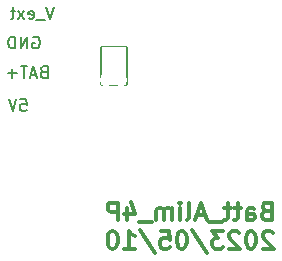
<source format=gbo>
G04 #@! TF.GenerationSoftware,KiCad,Pcbnew,(6.0.8)*
G04 #@! TF.CreationDate,2023-05-10T13:59:01+02:00*
G04 #@! TF.ProjectId,02_Batt_Alim,30325f42-6174-4745-9f41-6c696d2e6b69,rev?*
G04 #@! TF.SameCoordinates,Original*
G04 #@! TF.FileFunction,Legend,Bot*
G04 #@! TF.FilePolarity,Positive*
%FSLAX46Y46*%
G04 Gerber Fmt 4.6, Leading zero omitted, Abs format (unit mm)*
G04 Created by KiCad (PCBNEW (6.0.8)) date 2023-05-10 13:59:01*
%MOMM*%
%LPD*%
G01*
G04 APERTURE LIST*
G04 Aperture macros list*
%AMRoundRect*
0 Rectangle with rounded corners*
0 $1 Rounding radius*
0 $2 $3 $4 $5 $6 $7 $8 $9 X,Y pos of 4 corners*
0 Add a 4 corners polygon primitive as box body*
4,1,4,$2,$3,$4,$5,$6,$7,$8,$9,$2,$3,0*
0 Add four circle primitives for the rounded corners*
1,1,$1+$1,$2,$3*
1,1,$1+$1,$4,$5*
1,1,$1+$1,$6,$7*
1,1,$1+$1,$8,$9*
0 Add four rect primitives between the rounded corners*
20,1,$1+$1,$2,$3,$4,$5,0*
20,1,$1+$1,$4,$5,$6,$7,0*
20,1,$1+$1,$6,$7,$8,$9,0*
20,1,$1+$1,$8,$9,$2,$3,0*%
%AMFreePoly0*
4,1,39,2.202791,0.899922,2.297540,0.894625,2.305656,0.893499,2.484833,0.853448,2.495057,0.849967,2.661454,0.772375,2.670692,0.766781,2.816546,0.655267,2.824367,0.647819,2.942872,0.507587,2.948911,0.498633,3.034539,0.336225,3.038515,0.326184,3.087271,0.149177,3.088997,0.138516,3.098606,-0.044831,3.098004,-0.055614,3.068017,-0.236748,3.065112,-0.247150,2.996929,-0.417619,
2.991859,-0.427155,2.888662,-0.579006,2.881662,-0.587231,2.748263,-0.713379,2.739661,-0.719908,2.582286,-0.814469,2.572482,-0.818999,2.398473,-0.877559,2.387925,-0.879879,2.205400,-0.899708,2.200000,-0.900000,-0.850000,-0.900000,-0.885355,-0.885355,-0.900000,-0.850000,-0.900000,0.850000,-0.885355,0.885355,-0.850000,0.900000,2.200000,0.900000,2.202791,0.899922,2.202791,0.899922,
$1*%
G04 Aperture macros list end*
%ADD10C,0.300000*%
%ADD11C,0.150000*%
%ADD12C,1.100000*%
%ADD13RoundRect,0.050000X1.100000X1.650000X-1.100000X1.650000X-1.100000X-1.650000X1.100000X-1.650000X0*%
%ADD14FreePoly0,180.000000*%
%ADD15C,1.624000*%
G04 APERTURE END LIST*
D10*
X127535771Y-82759357D02*
X127321485Y-82830785D01*
X127250057Y-82902214D01*
X127178628Y-83045071D01*
X127178628Y-83259357D01*
X127250057Y-83402214D01*
X127321485Y-83473642D01*
X127464342Y-83545071D01*
X128035771Y-83545071D01*
X128035771Y-82045071D01*
X127535771Y-82045071D01*
X127392914Y-82116500D01*
X127321485Y-82187928D01*
X127250057Y-82330785D01*
X127250057Y-82473642D01*
X127321485Y-82616500D01*
X127392914Y-82687928D01*
X127535771Y-82759357D01*
X128035771Y-82759357D01*
X125892914Y-83545071D02*
X125892914Y-82759357D01*
X125964342Y-82616500D01*
X126107200Y-82545071D01*
X126392914Y-82545071D01*
X126535771Y-82616500D01*
X125892914Y-83473642D02*
X126035771Y-83545071D01*
X126392914Y-83545071D01*
X126535771Y-83473642D01*
X126607200Y-83330785D01*
X126607200Y-83187928D01*
X126535771Y-83045071D01*
X126392914Y-82973642D01*
X126035771Y-82973642D01*
X125892914Y-82902214D01*
X125392914Y-82545071D02*
X124821485Y-82545071D01*
X125178628Y-82045071D02*
X125178628Y-83330785D01*
X125107200Y-83473642D01*
X124964342Y-83545071D01*
X124821485Y-83545071D01*
X124535771Y-82545071D02*
X123964342Y-82545071D01*
X124321485Y-82045071D02*
X124321485Y-83330785D01*
X124250057Y-83473642D01*
X124107200Y-83545071D01*
X123964342Y-83545071D01*
X123821485Y-83687928D02*
X122678628Y-83687928D01*
X122392914Y-83116500D02*
X121678628Y-83116500D01*
X122535771Y-83545071D02*
X122035771Y-82045071D01*
X121535771Y-83545071D01*
X120821485Y-83545071D02*
X120964342Y-83473642D01*
X121035771Y-83330785D01*
X121035771Y-82045071D01*
X120250057Y-83545071D02*
X120250057Y-82545071D01*
X120250057Y-82045071D02*
X120321485Y-82116500D01*
X120250057Y-82187928D01*
X120178628Y-82116500D01*
X120250057Y-82045071D01*
X120250057Y-82187928D01*
X119535771Y-83545071D02*
X119535771Y-82545071D01*
X119535771Y-82687928D02*
X119464342Y-82616500D01*
X119321485Y-82545071D01*
X119107200Y-82545071D01*
X118964342Y-82616500D01*
X118892914Y-82759357D01*
X118892914Y-83545071D01*
X118892914Y-82759357D02*
X118821485Y-82616500D01*
X118678628Y-82545071D01*
X118464342Y-82545071D01*
X118321485Y-82616500D01*
X118250057Y-82759357D01*
X118250057Y-83545071D01*
X117892914Y-83687928D02*
X116750057Y-83687928D01*
X115750057Y-82545071D02*
X115750057Y-83545071D01*
X116107200Y-81973642D02*
X116464342Y-83045071D01*
X115535771Y-83045071D01*
X114964342Y-83545071D02*
X114964342Y-82045071D01*
X114392914Y-82045071D01*
X114250057Y-82116500D01*
X114178628Y-82187928D01*
X114107200Y-82330785D01*
X114107200Y-82545071D01*
X114178628Y-82687928D01*
X114250057Y-82759357D01*
X114392914Y-82830785D01*
X114964342Y-82830785D01*
X128107200Y-84602928D02*
X128035771Y-84531500D01*
X127892914Y-84460071D01*
X127535771Y-84460071D01*
X127392914Y-84531500D01*
X127321485Y-84602928D01*
X127250057Y-84745785D01*
X127250057Y-84888642D01*
X127321485Y-85102928D01*
X128178628Y-85960071D01*
X127250057Y-85960071D01*
X126321485Y-84460071D02*
X126178628Y-84460071D01*
X126035771Y-84531500D01*
X125964342Y-84602928D01*
X125892914Y-84745785D01*
X125821485Y-85031500D01*
X125821485Y-85388642D01*
X125892914Y-85674357D01*
X125964342Y-85817214D01*
X126035771Y-85888642D01*
X126178628Y-85960071D01*
X126321485Y-85960071D01*
X126464342Y-85888642D01*
X126535771Y-85817214D01*
X126607200Y-85674357D01*
X126678628Y-85388642D01*
X126678628Y-85031500D01*
X126607200Y-84745785D01*
X126535771Y-84602928D01*
X126464342Y-84531500D01*
X126321485Y-84460071D01*
X125250057Y-84602928D02*
X125178628Y-84531500D01*
X125035771Y-84460071D01*
X124678628Y-84460071D01*
X124535771Y-84531500D01*
X124464342Y-84602928D01*
X124392914Y-84745785D01*
X124392914Y-84888642D01*
X124464342Y-85102928D01*
X125321485Y-85960071D01*
X124392914Y-85960071D01*
X123892914Y-84460071D02*
X122964342Y-84460071D01*
X123464342Y-85031500D01*
X123250057Y-85031500D01*
X123107200Y-85102928D01*
X123035771Y-85174357D01*
X122964342Y-85317214D01*
X122964342Y-85674357D01*
X123035771Y-85817214D01*
X123107200Y-85888642D01*
X123250057Y-85960071D01*
X123678628Y-85960071D01*
X123821485Y-85888642D01*
X123892914Y-85817214D01*
X121250057Y-84388642D02*
X122535771Y-86317214D01*
X120464342Y-84460071D02*
X120321485Y-84460071D01*
X120178628Y-84531500D01*
X120107200Y-84602928D01*
X120035771Y-84745785D01*
X119964342Y-85031500D01*
X119964342Y-85388642D01*
X120035771Y-85674357D01*
X120107200Y-85817214D01*
X120178628Y-85888642D01*
X120321485Y-85960071D01*
X120464342Y-85960071D01*
X120607200Y-85888642D01*
X120678628Y-85817214D01*
X120750057Y-85674357D01*
X120821485Y-85388642D01*
X120821485Y-85031500D01*
X120750057Y-84745785D01*
X120678628Y-84602928D01*
X120607200Y-84531500D01*
X120464342Y-84460071D01*
X118607200Y-84460071D02*
X119321485Y-84460071D01*
X119392914Y-85174357D01*
X119321485Y-85102928D01*
X119178628Y-85031500D01*
X118821485Y-85031500D01*
X118678628Y-85102928D01*
X118607200Y-85174357D01*
X118535771Y-85317214D01*
X118535771Y-85674357D01*
X118607200Y-85817214D01*
X118678628Y-85888642D01*
X118821485Y-85960071D01*
X119178628Y-85960071D01*
X119321485Y-85888642D01*
X119392914Y-85817214D01*
X116821485Y-84388642D02*
X118107200Y-86317214D01*
X115535771Y-85960071D02*
X116392914Y-85960071D01*
X115964342Y-85960071D02*
X115964342Y-84460071D01*
X116107200Y-84674357D01*
X116250057Y-84817214D01*
X116392914Y-84888642D01*
X114607200Y-84460071D02*
X114464342Y-84460071D01*
X114321485Y-84531500D01*
X114250057Y-84602928D01*
X114178628Y-84745785D01*
X114107200Y-85031500D01*
X114107200Y-85388642D01*
X114178628Y-85674357D01*
X114250057Y-85817214D01*
X114321485Y-85888642D01*
X114464342Y-85960071D01*
X114607200Y-85960071D01*
X114750057Y-85888642D01*
X114821485Y-85817214D01*
X114892914Y-85674357D01*
X114964342Y-85388642D01*
X114964342Y-85031500D01*
X114892914Y-84745785D01*
X114821485Y-84602928D01*
X114750057Y-84531500D01*
X114607200Y-84460071D01*
D11*
X106730476Y-73292380D02*
X107206666Y-73292380D01*
X107254285Y-73768571D01*
X107206666Y-73720952D01*
X107111428Y-73673333D01*
X106873333Y-73673333D01*
X106778095Y-73720952D01*
X106730476Y-73768571D01*
X106682857Y-73863809D01*
X106682857Y-74101904D01*
X106730476Y-74197142D01*
X106778095Y-74244761D01*
X106873333Y-74292380D01*
X107111428Y-74292380D01*
X107206666Y-74244761D01*
X107254285Y-74197142D01*
X106397142Y-73292380D02*
X106063809Y-74292380D01*
X105730476Y-73292380D01*
X108697142Y-70968571D02*
X108554285Y-71016190D01*
X108506666Y-71063809D01*
X108459047Y-71159047D01*
X108459047Y-71301904D01*
X108506666Y-71397142D01*
X108554285Y-71444761D01*
X108649523Y-71492380D01*
X109030476Y-71492380D01*
X109030476Y-70492380D01*
X108697142Y-70492380D01*
X108601904Y-70540000D01*
X108554285Y-70587619D01*
X108506666Y-70682857D01*
X108506666Y-70778095D01*
X108554285Y-70873333D01*
X108601904Y-70920952D01*
X108697142Y-70968571D01*
X109030476Y-70968571D01*
X108078095Y-71206666D02*
X107601904Y-71206666D01*
X108173333Y-71492380D02*
X107840000Y-70492380D01*
X107506666Y-71492380D01*
X107316190Y-70492380D02*
X106744761Y-70492380D01*
X107030476Y-71492380D02*
X107030476Y-70492380D01*
X106411428Y-71111428D02*
X105649523Y-71111428D01*
X106030476Y-71492380D02*
X106030476Y-70730476D01*
X107801904Y-68040000D02*
X107897142Y-67992380D01*
X108040000Y-67992380D01*
X108182857Y-68040000D01*
X108278095Y-68135238D01*
X108325714Y-68230476D01*
X108373333Y-68420952D01*
X108373333Y-68563809D01*
X108325714Y-68754285D01*
X108278095Y-68849523D01*
X108182857Y-68944761D01*
X108040000Y-68992380D01*
X107944761Y-68992380D01*
X107801904Y-68944761D01*
X107754285Y-68897142D01*
X107754285Y-68563809D01*
X107944761Y-68563809D01*
X107325714Y-68992380D02*
X107325714Y-67992380D01*
X106754285Y-68992380D01*
X106754285Y-67992380D01*
X106278095Y-68992380D02*
X106278095Y-67992380D01*
X106040000Y-67992380D01*
X105897142Y-68040000D01*
X105801904Y-68135238D01*
X105754285Y-68230476D01*
X105706666Y-68420952D01*
X105706666Y-68563809D01*
X105754285Y-68754285D01*
X105801904Y-68849523D01*
X105897142Y-68944761D01*
X106040000Y-68992380D01*
X106278095Y-68992380D01*
X109573333Y-65492380D02*
X109240000Y-66492380D01*
X108906666Y-65492380D01*
X108811428Y-66587619D02*
X108049523Y-66587619D01*
X107430476Y-66444761D02*
X107525714Y-66492380D01*
X107716190Y-66492380D01*
X107811428Y-66444761D01*
X107859047Y-66349523D01*
X107859047Y-65968571D01*
X107811428Y-65873333D01*
X107716190Y-65825714D01*
X107525714Y-65825714D01*
X107430476Y-65873333D01*
X107382857Y-65968571D01*
X107382857Y-66063809D01*
X107859047Y-66159047D01*
X107049523Y-66492380D02*
X106525714Y-65825714D01*
X107049523Y-65825714D02*
X106525714Y-66492380D01*
X106287619Y-65825714D02*
X105906666Y-65825714D01*
X106144761Y-65492380D02*
X106144761Y-66349523D01*
X106097142Y-66444761D01*
X106001904Y-66492380D01*
X105906666Y-66492380D01*
%LPC*%
D12*
X115275000Y-70490000D03*
X114005000Y-70490000D03*
X115275000Y-69347000D03*
X114005000Y-69347000D03*
D13*
X114640000Y-70490000D03*
D12*
X115275000Y-71633000D03*
X114005000Y-71633000D03*
D14*
X104140000Y-73660000D03*
D15*
X101600000Y-73660000D03*
D14*
X104140000Y-71120000D03*
D15*
X101600000Y-71120000D03*
D14*
X104140000Y-68580000D03*
D15*
X101600000Y-68580000D03*
D14*
X104140000Y-66040000D03*
D15*
X101600000Y-66040000D03*
M02*

</source>
